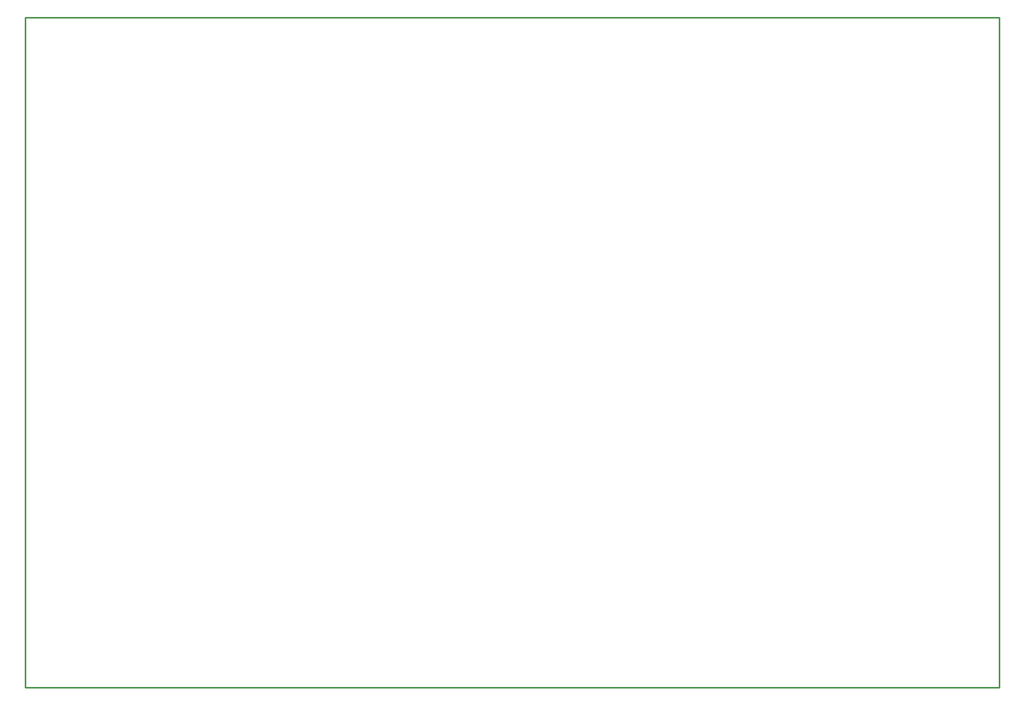
<source format=gbr>
G04 EAGLE Gerber RS-274X export*
G75*
%MOMM*%
%FSLAX34Y34*%
%LPD*%
%IN*%
%IPPOS*%
%AMOC8*
5,1,8,0,0,1.08239X$1,22.5*%
G01*
%ADD10C,0.254000*%


D10*
X0Y0D02*
X1600000Y0D01*
X1600000Y1101600D01*
X0Y1101600D01*
X0Y0D01*
M02*

</source>
